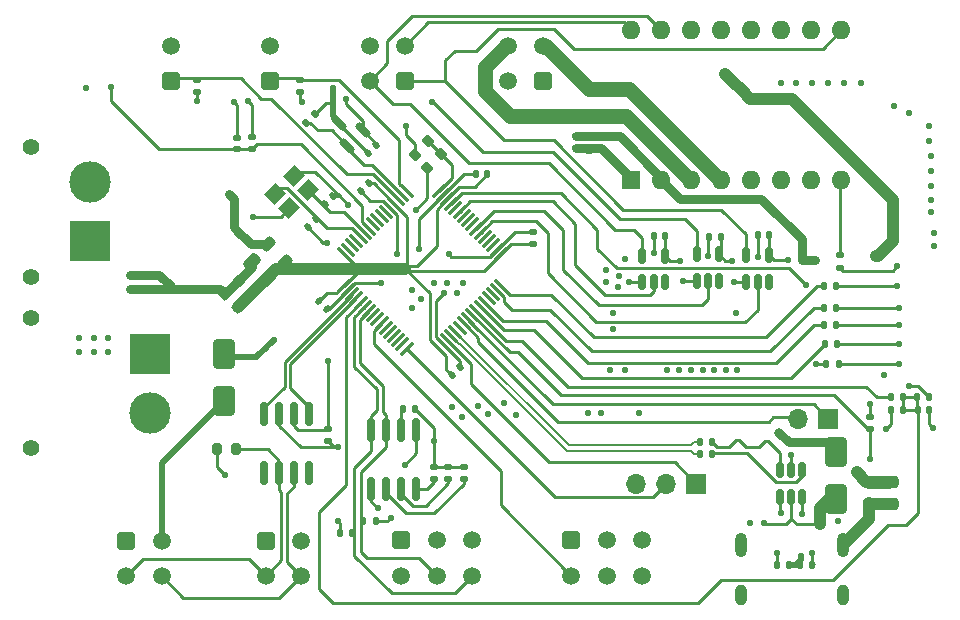
<source format=gbr>
%TF.GenerationSoftware,KiCad,Pcbnew,7.0.10-7.0.10~ubuntu22.04.1*%
%TF.CreationDate,2024-02-12T00:21:08+01:00*%
%TF.ProjectId,sdrac_board,73647261-635f-4626-9f61-72642e6b6963,2.0*%
%TF.SameCoordinates,Original*%
%TF.FileFunction,Copper,L4,Bot*%
%TF.FilePolarity,Positive*%
%FSLAX46Y46*%
G04 Gerber Fmt 4.6, Leading zero omitted, Abs format (unit mm)*
G04 Created by KiCad (PCBNEW 7.0.10-7.0.10~ubuntu22.04.1) date 2024-02-12 00:21:08*
%MOMM*%
%LPD*%
G01*
G04 APERTURE LIST*
G04 Aperture macros list*
%AMRoundRect*
0 Rectangle with rounded corners*
0 $1 Rounding radius*
0 $2 $3 $4 $5 $6 $7 $8 $9 X,Y pos of 4 corners*
0 Add a 4 corners polygon primitive as box body*
4,1,4,$2,$3,$4,$5,$6,$7,$8,$9,$2,$3,0*
0 Add four circle primitives for the rounded corners*
1,1,$1+$1,$2,$3*
1,1,$1+$1,$4,$5*
1,1,$1+$1,$6,$7*
1,1,$1+$1,$8,$9*
0 Add four rect primitives between the rounded corners*
20,1,$1+$1,$2,$3,$4,$5,0*
20,1,$1+$1,$4,$5,$6,$7,0*
20,1,$1+$1,$6,$7,$8,$9,0*
20,1,$1+$1,$8,$9,$2,$3,0*%
%AMRotRect*
0 Rectangle, with rotation*
0 The origin of the aperture is its center*
0 $1 length*
0 $2 width*
0 $3 Rotation angle, in degrees counterclockwise*
0 Add horizontal line*
21,1,$1,$2,0,0,$3*%
G04 Aperture macros list end*
%TA.AperFunction,ComponentPad*%
%ADD10RoundRect,0.250001X-0.499999X-0.499999X0.499999X-0.499999X0.499999X0.499999X-0.499999X0.499999X0*%
%TD*%
%TA.AperFunction,ComponentPad*%
%ADD11C,1.500000*%
%TD*%
%TA.AperFunction,ComponentPad*%
%ADD12C,1.400000*%
%TD*%
%TA.AperFunction,ComponentPad*%
%ADD13R,3.500000X3.500000*%
%TD*%
%TA.AperFunction,ComponentPad*%
%ADD14C,3.500000*%
%TD*%
%TA.AperFunction,ComponentPad*%
%ADD15RoundRect,0.250001X0.499999X0.499999X-0.499999X0.499999X-0.499999X-0.499999X0.499999X-0.499999X0*%
%TD*%
%TA.AperFunction,ComponentPad*%
%ADD16O,1.000000X2.100000*%
%TD*%
%TA.AperFunction,ComponentPad*%
%ADD17O,1.000000X1.800000*%
%TD*%
%TA.AperFunction,ComponentPad*%
%ADD18R,1.700000X1.700000*%
%TD*%
%TA.AperFunction,ComponentPad*%
%ADD19O,1.700000X1.700000*%
%TD*%
%TA.AperFunction,ComponentPad*%
%ADD20R,1.600000X1.600000*%
%TD*%
%TA.AperFunction,ComponentPad*%
%ADD21O,1.600000X1.600000*%
%TD*%
%TA.AperFunction,SMDPad,CuDef*%
%ADD22RoundRect,0.150000X-0.150000X0.825000X-0.150000X-0.825000X0.150000X-0.825000X0.150000X0.825000X0*%
%TD*%
%TA.AperFunction,SMDPad,CuDef*%
%ADD23RoundRect,0.135000X0.035355X-0.226274X0.226274X-0.035355X-0.035355X0.226274X-0.226274X0.035355X0*%
%TD*%
%TA.AperFunction,SMDPad,CuDef*%
%ADD24RoundRect,0.135000X0.135000X0.185000X-0.135000X0.185000X-0.135000X-0.185000X0.135000X-0.185000X0*%
%TD*%
%TA.AperFunction,SMDPad,CuDef*%
%ADD25RoundRect,0.155000X-0.155000X0.212500X-0.155000X-0.212500X0.155000X-0.212500X0.155000X0.212500X0*%
%TD*%
%TA.AperFunction,SMDPad,CuDef*%
%ADD26RoundRect,0.150000X0.150000X-0.512500X0.150000X0.512500X-0.150000X0.512500X-0.150000X-0.512500X0*%
%TD*%
%TA.AperFunction,SMDPad,CuDef*%
%ADD27RoundRect,0.150000X0.521491X-0.309359X-0.309359X0.521491X-0.521491X0.309359X0.309359X-0.521491X0*%
%TD*%
%TA.AperFunction,SMDPad,CuDef*%
%ADD28RoundRect,0.135000X-0.135000X-0.185000X0.135000X-0.185000X0.135000X0.185000X-0.135000X0.185000X0*%
%TD*%
%TA.AperFunction,SMDPad,CuDef*%
%ADD29RoundRect,0.135000X-0.185000X0.135000X-0.185000X-0.135000X0.185000X-0.135000X0.185000X0.135000X0*%
%TD*%
%TA.AperFunction,SMDPad,CuDef*%
%ADD30RoundRect,0.200000X0.200000X0.275000X-0.200000X0.275000X-0.200000X-0.275000X0.200000X-0.275000X0*%
%TD*%
%TA.AperFunction,SMDPad,CuDef*%
%ADD31RoundRect,0.135000X0.185000X-0.135000X0.185000X0.135000X-0.185000X0.135000X-0.185000X-0.135000X0*%
%TD*%
%TA.AperFunction,SMDPad,CuDef*%
%ADD32RoundRect,0.075000X-0.548008X0.441942X0.441942X-0.548008X0.548008X-0.441942X-0.441942X0.548008X0*%
%TD*%
%TA.AperFunction,SMDPad,CuDef*%
%ADD33RoundRect,0.075000X-0.548008X-0.441942X-0.441942X-0.548008X0.548008X0.441942X0.441942X0.548008X0*%
%TD*%
%TA.AperFunction,SMDPad,CuDef*%
%ADD34RoundRect,0.250000X0.512652X0.159099X0.159099X0.512652X-0.512652X-0.159099X-0.159099X-0.512652X0*%
%TD*%
%TA.AperFunction,SMDPad,CuDef*%
%ADD35RoundRect,0.140000X0.021213X-0.219203X0.219203X-0.021213X-0.021213X0.219203X-0.219203X0.021213X0*%
%TD*%
%TA.AperFunction,SMDPad,CuDef*%
%ADD36RoundRect,0.250000X-0.650000X1.000000X-0.650000X-1.000000X0.650000X-1.000000X0.650000X1.000000X0*%
%TD*%
%TA.AperFunction,SMDPad,CuDef*%
%ADD37RoundRect,0.140000X0.140000X0.170000X-0.140000X0.170000X-0.140000X-0.170000X0.140000X-0.170000X0*%
%TD*%
%TA.AperFunction,SMDPad,CuDef*%
%ADD38RoundRect,0.140000X0.170000X-0.140000X0.170000X0.140000X-0.170000X0.140000X-0.170000X-0.140000X0*%
%TD*%
%TA.AperFunction,SMDPad,CuDef*%
%ADD39RoundRect,0.200000X0.275000X-0.200000X0.275000X0.200000X-0.275000X0.200000X-0.275000X-0.200000X0*%
%TD*%
%TA.AperFunction,SMDPad,CuDef*%
%ADD40RoundRect,0.140000X-0.021213X0.219203X-0.219203X0.021213X0.021213X-0.219203X0.219203X-0.021213X0*%
%TD*%
%TA.AperFunction,SMDPad,CuDef*%
%ADD41RoundRect,0.225000X0.335876X0.017678X0.017678X0.335876X-0.335876X-0.017678X-0.017678X-0.335876X0*%
%TD*%
%TA.AperFunction,SMDPad,CuDef*%
%ADD42RoundRect,0.250000X0.475000X-0.250000X0.475000X0.250000X-0.475000X0.250000X-0.475000X-0.250000X0*%
%TD*%
%TA.AperFunction,SMDPad,CuDef*%
%ADD43RoundRect,0.200000X-0.053033X0.335876X-0.335876X0.053033X0.053033X-0.335876X0.335876X-0.053033X0*%
%TD*%
%TA.AperFunction,SMDPad,CuDef*%
%ADD44RoundRect,0.200000X0.053033X-0.335876X0.335876X-0.053033X-0.053033X0.335876X-0.335876X0.053033X0*%
%TD*%
%TA.AperFunction,SMDPad,CuDef*%
%ADD45RoundRect,0.140000X-0.219203X-0.021213X-0.021213X-0.219203X0.219203X0.021213X0.021213X0.219203X0*%
%TD*%
%TA.AperFunction,SMDPad,CuDef*%
%ADD46RoundRect,0.140000X-0.170000X0.140000X-0.170000X-0.140000X0.170000X-0.140000X0.170000X0.140000X0*%
%TD*%
%TA.AperFunction,SMDPad,CuDef*%
%ADD47RoundRect,0.150000X-0.150000X0.512500X-0.150000X-0.512500X0.150000X-0.512500X0.150000X0.512500X0*%
%TD*%
%TA.AperFunction,SMDPad,CuDef*%
%ADD48RoundRect,0.140000X-0.140000X-0.170000X0.140000X-0.170000X0.140000X0.170000X-0.140000X0.170000X0*%
%TD*%
%TA.AperFunction,SMDPad,CuDef*%
%ADD49RotRect,1.400000X1.200000X225.000000*%
%TD*%
%TA.AperFunction,SMDPad,CuDef*%
%ADD50RoundRect,0.150000X0.150000X-0.825000X0.150000X0.825000X-0.150000X0.825000X-0.150000X-0.825000X0*%
%TD*%
%TA.AperFunction,SMDPad,CuDef*%
%ADD51RoundRect,0.218750X0.424264X0.114905X0.114905X0.424264X-0.424264X-0.114905X-0.114905X-0.424264X0*%
%TD*%
%TA.AperFunction,ViaPad*%
%ADD52C,0.550000*%
%TD*%
%TA.AperFunction,ViaPad*%
%ADD53C,0.800000*%
%TD*%
%TA.AperFunction,Conductor*%
%ADD54C,0.254000*%
%TD*%
%TA.AperFunction,Conductor*%
%ADD55C,0.508000*%
%TD*%
%TA.AperFunction,Conductor*%
%ADD56C,0.250000*%
%TD*%
%TA.AperFunction,Conductor*%
%ADD57C,0.750000*%
%TD*%
%TA.AperFunction,Conductor*%
%ADD58C,1.000000*%
%TD*%
%TA.AperFunction,Conductor*%
%ADD59C,1.270000*%
%TD*%
%TA.AperFunction,Conductor*%
%ADD60C,0.200000*%
%TD*%
G04 APERTURE END LIST*
D10*
%TO.P,U4,1,Pin_1*%
%TO.N,GND*%
X9900000Y-37050000D03*
D11*
%TO.P,U4,2,Pin_2*%
%TO.N,/CAN/CAN_5V*%
X12900000Y-37050000D03*
%TO.P,U4,3,Pin_3*%
%TO.N,/CAN/CANH*%
X9900000Y-40050000D03*
%TO.P,U4,4,Pin_4*%
%TO.N,/CAN/CANL*%
X12900000Y-40050000D03*
%TD*%
D12*
%TO.P,J3,*%
%TO.N,*%
X1850000Y-14700000D03*
X1850000Y-3700000D03*
D13*
%TO.P,J3,1,Pin_1*%
%TO.N,GND*%
X6850000Y-11700000D03*
D14*
%TO.P,J3,2,Pin_2*%
%TO.N,VCC*%
X6850000Y-6700000D03*
%TD*%
D15*
%TO.P,J5,1,Pin_1*%
%TO.N,/SteperMotor/STEPER_B2*%
X45200000Y1880000D03*
D11*
%TO.P,J5,2,Pin_2*%
%TO.N,/SteperMotor/STEPER_A2*%
X42200000Y1880000D03*
%TO.P,J5,3,Pin_3*%
%TO.N,/SteperMotor/STEPER_A1*%
X45200000Y4880000D03*
%TO.P,J5,4,Pin_4*%
%TO.N,/SteperMotor/STEPER_B1*%
X42200000Y4880000D03*
%TD*%
D12*
%TO.P,J2,*%
%TO.N,*%
X1875000Y-29200000D03*
X1875000Y-18200000D03*
D13*
%TO.P,J2,1,Pin_1*%
%TO.N,GND*%
X11875000Y-21200000D03*
D14*
%TO.P,J2,2,Pin_2*%
%TO.N,VCC*%
X11875000Y-26200000D03*
%TD*%
D10*
%TO.P,J10,1,Pin_1*%
%TO.N,+5V*%
X33200000Y-37000000D03*
D11*
%TO.P,J10,2,Pin_2*%
%TO.N,+3V3*%
X36200000Y-37000000D03*
%TO.P,J10,3,Pin_3*%
%TO.N,GND*%
X39200000Y-37000000D03*
%TO.P,J10,4,Pin_4*%
%TO.N,/MCU/Poz_zero_sens*%
X33200000Y-40000000D03*
%TO.P,J10,5,Pin_5*%
%TO.N,/MCU/SCL*%
X36200000Y-40000000D03*
%TO.P,J10,6,Pin_6*%
%TO.N,/MCU/SDA*%
X39200000Y-40000000D03*
%TD*%
D10*
%TO.P,J9,1,Pin_1*%
%TO.N,+5V*%
X47600000Y-37000000D03*
D11*
%TO.P,J9,2,Pin_2*%
%TO.N,+3V3*%
X50600000Y-37000000D03*
%TO.P,J9,3,Pin_3*%
%TO.N,GND*%
X53600000Y-37000000D03*
%TO.P,J9,4,Pin_4*%
%TO.N,/MCU/Mag_enc_analog*%
X47600000Y-40000000D03*
%TO.P,J9,5,Pin_5*%
%TO.N,/MCU/SCL*%
X50600000Y-40000000D03*
%TO.P,J9,6,Pin_6*%
%TO.N,/MCU/SDA*%
X53600000Y-40000000D03*
%TD*%
D10*
%TO.P,U5,1,Pin_1*%
%TO.N,GND*%
X21700000Y-37040000D03*
D11*
%TO.P,U5,2,Pin_2*%
%TO.N,/CAN/CAN_5V*%
X24700000Y-37040000D03*
%TO.P,U5,3,Pin_3*%
%TO.N,/CAN/CANH*%
X21700000Y-40040000D03*
%TO.P,U5,4,Pin_4*%
%TO.N,/CAN/CANL*%
X24700000Y-40040000D03*
%TD*%
D16*
%TO.P,J6,S1,SHIELD*%
%TO.N,Net-(J6-SHIELD)*%
X61930000Y-37400000D03*
D17*
X61930000Y-41600000D03*
D16*
X70570000Y-37400000D03*
D17*
X70570000Y-41600000D03*
%TD*%
D18*
%TO.P,J1,1,Pin_1*%
%TO.N,/MCU/SWDIO*%
X58180000Y-32200000D03*
D19*
%TO.P,J1,2,Pin_2*%
%TO.N,/MCU/SWCLK*%
X55640000Y-32200000D03*
%TO.P,J1,3,Pin_3*%
%TO.N,GND*%
X53100000Y-32200000D03*
%TD*%
D11*
%TO.P,J4,4,Pin_4*%
%TO.N,+5V*%
X30500000Y4880000D03*
%TO.P,J4,3,Pin_3*%
%TO.N,/SteperMotor/STEPER_DIRECTION*%
X33500000Y4880000D03*
%TO.P,J4,2,Pin_2*%
%TO.N,/SteperMotor/STEPER_STEP*%
X30500000Y1880000D03*
D15*
%TO.P,J4,1,Pin_1*%
%TO.N,/SteperMotor/STEPER_ENABLE*%
X33500000Y1880000D03*
%TD*%
D20*
%TO.P,A1,1,GND*%
%TO.N,GND*%
X52680000Y-6500000D03*
D21*
%TO.P,A1,2,VDD*%
%TO.N,+5V*%
X55220000Y-6500000D03*
%TO.P,A1,3,1B*%
%TO.N,/SteperMotor/STEPER_B1*%
X57760000Y-6500000D03*
%TO.P,A1,4,1A*%
%TO.N,/SteperMotor/STEPER_A1*%
X60300000Y-6500000D03*
%TO.P,A1,5,2A*%
%TO.N,/SteperMotor/STEPER_A2*%
X62840000Y-6500000D03*
%TO.P,A1,6,2B*%
%TO.N,/SteperMotor/STEPER_B2*%
X65380000Y-6500000D03*
%TO.P,A1,7,GND*%
%TO.N,GND*%
X67920000Y-6500000D03*
%TO.P,A1,8,VMOT*%
%TO.N,VCC*%
X70460000Y-6500000D03*
%TO.P,A1,9,~{ENABLE}*%
%TO.N,/SteperMotor/STEPER_ENABLE*%
X70460000Y6200000D03*
%TO.P,A1,10,MS1*%
%TO.N,unconnected-(A1-MS1-Pad10)*%
X67920000Y6200000D03*
%TO.P,A1,11,MS2*%
%TO.N,unconnected-(A1-MS2-Pad11)*%
X65380000Y6200000D03*
%TO.P,A1,12,MS3*%
%TO.N,unconnected-(A1-MS3-Pad12)*%
X62840000Y6200000D03*
%TO.P,A1,13,~{RESET}*%
%TO.N,+5V*%
X60300000Y6200000D03*
%TO.P,A1,14,~{SLEEP}*%
X57760000Y6200000D03*
%TO.P,A1,15,STEP*%
%TO.N,/SteperMotor/STEPER_STEP*%
X55220000Y6200000D03*
%TO.P,A1,16,DIR*%
%TO.N,/SteperMotor/STEPER_DIRECTION*%
X52680000Y6200000D03*
%TD*%
D15*
%TO.P,J7,1,Pin_1*%
%TO.N,/MCU/Temp_Eng*%
X22100000Y1880000D03*
D11*
%TO.P,J7,2,Pin_2*%
%TO.N,GND*%
X22100000Y4880000D03*
%TD*%
D15*
%TO.P,J8,1,Pin_1*%
%TO.N,/MCU/Temp_Step*%
X13700000Y1880000D03*
D11*
%TO.P,J8,2,Pin_2*%
%TO.N,GND*%
X13700000Y4880000D03*
%TD*%
D18*
%TO.P,J11,1,Pin_1*%
%TO.N,/MCU/PUL_SYNC*%
X69340000Y-26700000D03*
D19*
%TO.P,J11,2,Pin_2*%
%TO.N,/MCU/DIR_SYNC*%
X66800000Y-26700000D03*
%TD*%
D22*
%TO.P,U3,1,D*%
%TO.N,/CAN/TXD*%
X21595000Y-26325000D03*
%TO.P,U3,2,GND*%
%TO.N,GND*%
X22865000Y-26325000D03*
%TO.P,U3,3,VCC*%
%TO.N,+3V3*%
X24135000Y-26325000D03*
%TO.P,U3,4,R*%
%TO.N,/CAN/RXD*%
X25405000Y-26325000D03*
%TO.P,U3,5,NC*%
%TO.N,unconnected-(U3-NC-Pad5)*%
X25405000Y-31275000D03*
%TO.P,U3,6,CANL*%
%TO.N,/CAN/CANL*%
X24135000Y-31275000D03*
%TO.P,U3,7,CANH*%
%TO.N,/CAN/CANH*%
X22865000Y-31275000D03*
%TO.P,U3,8,NC*%
%TO.N,unconnected-(U3-NC-Pad8)*%
X21595000Y-31275000D03*
%TD*%
D23*
%TO.P,R33,1*%
%TO.N,/MCU/Temp_Board*%
X25139376Y-1660624D03*
%TO.P,R33,2*%
%TO.N,GND*%
X25860624Y-939376D03*
%TD*%
D24*
%TO.P,R9,1*%
%TO.N,+3V3*%
X31010000Y-35400000D03*
%TO.P,R9,2*%
%TO.N,/MCU/SCL*%
X29990000Y-35400000D03*
%TD*%
D25*
%TO.P,C30,1*%
%TO.N,+5V*%
X49060000Y-2812500D03*
%TO.P,C30,2*%
%TO.N,GND*%
X49060000Y-3947500D03*
%TD*%
D26*
%TO.P,U8,1,NC*%
%TO.N,unconnected-(U8-NC-Pad1)*%
X64300000Y-15112501D03*
%TO.P,U8,2,A*%
%TO.N,/MCU/MCU_STEPER_ENABLE*%
X63350000Y-15112501D03*
%TO.P,U8,3,GND*%
%TO.N,GND*%
X62400000Y-15112501D03*
%TO.P,U8,4,Y*%
%TO.N,/SteperMotor/STEPER_ENABLE*%
X62400000Y-12837501D03*
%TO.P,U8,5,VCC*%
%TO.N,+5V*%
X64300000Y-12837501D03*
%TD*%
D27*
%TO.P,U11,1,Vdd*%
%TO.N,+3V3*%
X29934664Y-2291161D03*
%TO.P,U11,2,Vout*%
%TO.N,/MCU/Temp_Board*%
X28591161Y-3634664D03*
%TO.P,U11,3,GND*%
%TO.N,GND*%
X27937087Y-1637087D03*
%TD*%
D28*
%TO.P,R35,1*%
%TO.N,/MCU/BOOT_EN*%
X74680000Y-24900000D03*
%TO.P,R35,2*%
%TO.N,/MCU/BOOT0*%
X75700000Y-24900000D03*
%TD*%
%TO.P,R12,1*%
%TO.N,/CAN/RXD_LED*%
X68990000Y-17300000D03*
%TO.P,R12,2*%
%TO.N,Net-(D5-A)*%
X70010000Y-17300000D03*
%TD*%
D29*
%TO.P,R10,1*%
%TO.N,+3V3*%
X20575000Y-2875000D03*
%TO.P,R10,2*%
%TO.N,/MCU/NRST*%
X20575000Y-3895000D03*
%TD*%
D24*
%TO.P,R30,1*%
%TO.N,Net-(R30-Pad1)*%
X59510000Y-29700000D03*
%TO.P,R30,2*%
%TO.N,/MCU/USB_D+*%
X58490000Y-29700000D03*
%TD*%
%TO.P,R4,1*%
%TO.N,/MCU/BOOT0*%
X75700000Y-26000000D03*
%TO.P,R4,2*%
%TO.N,GND*%
X74680000Y-26000000D03*
%TD*%
D29*
%TO.P,R11,1*%
%TO.N,+3V3*%
X72900000Y-26590000D03*
%TO.P,R11,2*%
%TO.N,/MCU/USR_BTN*%
X72900000Y-27610000D03*
%TD*%
D30*
%TO.P,R14,1*%
%TO.N,/CAN/CANH*%
X19225000Y-29300000D03*
%TO.P,R14,2*%
%TO.N,Net-(R14-Pad2)*%
X17575000Y-29300000D03*
%TD*%
D31*
%TO.P,R31,1*%
%TO.N,+3V3*%
X24600000Y990000D03*
%TO.P,R31,2*%
%TO.N,/MCU/Temp_Eng*%
X24600000Y2010000D03*
%TD*%
D32*
%TO.P,U2,1,VBAT*%
%TO.N,/MCU/3V3_MCU*%
X28335519Y-12738819D03*
%TO.P,U2,2,PC13*%
%TO.N,unconnected-(U2-PC13-Pad2)*%
X28689072Y-12385266D03*
%TO.P,U2,3,PC14*%
%TO.N,unconnected-(U2-PC14-Pad3)*%
X29042625Y-12031713D03*
%TO.P,U2,4,PC15*%
%TO.N,unconnected-(U2-PC15-Pad4)*%
X29396179Y-11678159D03*
%TO.P,U2,5,PH0*%
%TO.N,/MCU/OSC_IN*%
X29749732Y-11324606D03*
%TO.P,U2,6,PH1*%
%TO.N,/MCU/OSC_OUT*%
X30103286Y-10971052D03*
%TO.P,U2,7,NRST*%
%TO.N,/MCU/NRST*%
X30456839Y-10617499D03*
%TO.P,U2,8,PC0*%
%TO.N,unconnected-(U2-PC0-Pad8)*%
X30810392Y-10263946D03*
%TO.P,U2,9,PC1*%
%TO.N,unconnected-(U2-PC1-Pad9)*%
X31163946Y-9910392D03*
%TO.P,U2,10,PC2*%
%TO.N,unconnected-(U2-PC2-Pad10)*%
X31517499Y-9556839D03*
%TO.P,U2,11,PC3*%
%TO.N,unconnected-(U2-PC3-Pad11)*%
X31871052Y-9203286D03*
%TO.P,U2,12,VSSA*%
%TO.N,GND*%
X32224606Y-8849732D03*
%TO.P,U2,13,VDDA*%
%TO.N,/MCU/3V3_MCU*%
X32578159Y-8496179D03*
%TO.P,U2,14,PA0*%
%TO.N,/MCU/Temp_Step*%
X32931713Y-8142625D03*
%TO.P,U2,15,PA1*%
%TO.N,/MCU/Temp_Board*%
X33285266Y-7789072D03*
%TO.P,U2,16,PA2*%
%TO.N,/MCU/Temp_Eng*%
X33638819Y-7435519D03*
D33*
%TO.P,U2,17,PA3*%
%TO.N,/MCU/V_SENSE*%
X36361181Y-7435519D03*
%TO.P,U2,18,VSS*%
%TO.N,GND*%
X36714734Y-7789072D03*
%TO.P,U2,19,VDD*%
%TO.N,/MCU/3V3_MCU*%
X37068287Y-8142625D03*
%TO.P,U2,20,PA4*%
%TO.N,/MCU/Poz_zero_sens*%
X37421841Y-8496179D03*
%TO.P,U2,21,PA5*%
%TO.N,unconnected-(U2-PA5-Pad21)*%
X37775394Y-8849732D03*
%TO.P,U2,22,PA6*%
%TO.N,/MCU/MCU_STEPER_STEP*%
X38128948Y-9203286D03*
%TO.P,U2,23,PA7*%
%TO.N,unconnected-(U2-PA7-Pad23)*%
X38482501Y-9556839D03*
%TO.P,U2,24,PC4*%
%TO.N,unconnected-(U2-PC4-Pad24)*%
X38836054Y-9910392D03*
%TO.P,U2,25,PC5*%
%TO.N,unconnected-(U2-PC5-Pad25)*%
X39189608Y-10263946D03*
%TO.P,U2,26,PB0*%
%TO.N,/MCU/MCU_STEPER_DIRECTION*%
X39543161Y-10617499D03*
%TO.P,U2,27,PB1*%
%TO.N,/MCU/MCU_STEPER_ENABLE*%
X39896714Y-10971052D03*
%TO.P,U2,28,PB2*%
%TO.N,unconnected-(U2-PB2-Pad28)*%
X40250268Y-11324606D03*
%TO.P,U2,29,PB10*%
%TO.N,unconnected-(U2-PB10-Pad29)*%
X40603821Y-11678159D03*
%TO.P,U2,30,VCAP_1*%
%TO.N,unconnected-(U2-VCAP_1-Pad30)*%
X40957375Y-12031713D03*
%TO.P,U2,31,VSS*%
%TO.N,GND*%
X41310928Y-12385266D03*
%TO.P,U2,32,VDD*%
%TO.N,/MCU/3V3_MCU*%
X41664481Y-12738819D03*
D32*
%TO.P,U2,33,PB12*%
%TO.N,/CAN/TXD_LED*%
X41664481Y-15461181D03*
%TO.P,U2,34,PB13*%
%TO.N,/CAN/RXD_LED*%
X41310928Y-15814734D03*
%TO.P,U2,35,PB14*%
%TO.N,unconnected-(U2-PB14-Pad35)*%
X40957375Y-16168287D03*
%TO.P,U2,36,PB15*%
%TO.N,unconnected-(U2-PB15-Pad36)*%
X40603821Y-16521841D03*
%TO.P,U2,37,PC6*%
%TO.N,/MCU/USR_LED1*%
X40250268Y-16875394D03*
%TO.P,U2,38,PC7*%
%TO.N,/MCU/USR_LED2*%
X39896714Y-17228948D03*
%TO.P,U2,39,PC8*%
%TO.N,/MCU/BOOT_EN*%
X39543161Y-17582501D03*
%TO.P,U2,40,PC9*%
%TO.N,/MCU/USR_BTN*%
X39189608Y-17936054D03*
%TO.P,U2,41,PA8*%
%TO.N,/MCU/PUL_SYNC*%
X38836054Y-18289608D03*
%TO.P,U2,42,PA9*%
%TO.N,/MCU/DIR_SYNC*%
X38482501Y-18643161D03*
%TO.P,U2,43,PA10*%
%TO.N,unconnected-(U2-PA10-Pad43)*%
X38128948Y-18996714D03*
%TO.P,U2,44,PA11*%
%TO.N,/MCU/USB_D-*%
X37775394Y-19350268D03*
%TO.P,U2,45,PA12*%
%TO.N,/MCU/USB_D+*%
X37421841Y-19703821D03*
%TO.P,U2,46,PA13*%
%TO.N,/MCU/SWDIO*%
X37068287Y-20057375D03*
%TO.P,U2,47,VSS*%
%TO.N,GND*%
X36714734Y-20410928D03*
%TO.P,U2,48,VDD*%
%TO.N,/MCU/3V3_MCU*%
X36361181Y-20764481D03*
D33*
%TO.P,U2,49,PA14*%
%TO.N,/MCU/SWCLK*%
X33638819Y-20764481D03*
%TO.P,U2,50,PA15*%
%TO.N,unconnected-(U2-PA15-Pad50)*%
X33285266Y-20410928D03*
%TO.P,U2,51,PC10*%
%TO.N,unconnected-(U2-PC10-Pad51)*%
X32931713Y-20057375D03*
%TO.P,U2,52,PC11*%
%TO.N,unconnected-(U2-PC11-Pad52)*%
X32578159Y-19703821D03*
%TO.P,U2,53,PC12*%
%TO.N,unconnected-(U2-PC12-Pad53)*%
X32224606Y-19350268D03*
%TO.P,U2,54,PD2*%
%TO.N,unconnected-(U2-PD2-Pad54)*%
X31871052Y-18996714D03*
%TO.P,U2,55,PB3*%
%TO.N,/MCU/Mag_enc_analog*%
X31517499Y-18643161D03*
%TO.P,U2,56,PB4*%
%TO.N,unconnected-(U2-PB4-Pad56)*%
X31163946Y-18289608D03*
%TO.P,U2,57,PB5*%
%TO.N,unconnected-(U2-PB5-Pad57)*%
X30810392Y-17936054D03*
%TO.P,U2,58,PB6*%
%TO.N,/MCU/SCL*%
X30456839Y-17582501D03*
%TO.P,U2,59,PB7*%
%TO.N,/MCU/SDA*%
X30103286Y-17228948D03*
%TO.P,U2,60,BOOT0*%
%TO.N,/MCU/BOOT0*%
X29749732Y-16875394D03*
%TO.P,U2,61,PB8*%
%TO.N,/CAN/RXD*%
X29396179Y-16521841D03*
%TO.P,U2,62,PB9*%
%TO.N,/CAN/TXD*%
X29042625Y-16168287D03*
%TO.P,U2,63,VSS*%
%TO.N,GND*%
X28689072Y-15814734D03*
%TO.P,U2,64,VDD*%
%TO.N,/MCU/3V3_MCU*%
X28335519Y-15461181D03*
%TD*%
D24*
%TO.P,R29,1*%
%TO.N,Net-(R29-Pad1)*%
X59510000Y-28700000D03*
%TO.P,R29,2*%
%TO.N,/MCU/USB_D-*%
X58490000Y-28700000D03*
%TD*%
D34*
%TO.P,C10,1*%
%TO.N,/MCU/3V3_MCU*%
X21871751Y-14771751D03*
%TO.P,C10,2*%
%TO.N,GND*%
X20528249Y-13428249D03*
%TD*%
D24*
%TO.P,R28,1*%
%TO.N,GND*%
X66005000Y-39100000D03*
%TO.P,R28,2*%
%TO.N,Net-(J6-CC1)*%
X64985000Y-39100000D03*
%TD*%
D35*
%TO.P,C4,1*%
%TO.N,/MCU/3V3_MCU*%
X37460589Y-23039411D03*
%TO.P,C4,2*%
%TO.N,GND*%
X38139411Y-22360589D03*
%TD*%
D36*
%TO.P,D1,1,K*%
%TO.N,+5V*%
X70000000Y-29500000D03*
%TO.P,D1,2,A*%
%TO.N,/USB/V_BUS*%
X70000000Y-33500000D03*
%TD*%
D37*
%TO.P,C40,1*%
%TO.N,+5V*%
X60230000Y-11337500D03*
%TO.P,C40,2*%
%TO.N,GND*%
X59270000Y-11337500D03*
%TD*%
D28*
%TO.P,R18,1*%
%TO.N,+3V3*%
X69190000Y-22100000D03*
%TO.P,R18,2*%
%TO.N,Net-(D8-A)*%
X70210000Y-22100000D03*
%TD*%
D38*
%TO.P,C1,1*%
%TO.N,/MCU/NRST*%
X19275000Y-3865000D03*
%TO.P,C1,2*%
%TO.N,GND*%
X19275000Y-2905000D03*
%TD*%
D37*
%TO.P,C36,1*%
%TO.N,/MCU/3V3_MCU*%
X40480000Y-6000000D03*
%TO.P,C36,2*%
%TO.N,GND*%
X39520000Y-6000000D03*
%TD*%
D26*
%TO.P,U7,1,NC*%
%TO.N,unconnected-(U7-NC-Pad1)*%
X60100000Y-15075001D03*
%TO.P,U7,2,A*%
%TO.N,/MCU/MCU_STEPER_DIRECTION*%
X59150000Y-15075001D03*
%TO.P,U7,3,GND*%
%TO.N,GND*%
X58200000Y-15075001D03*
%TO.P,U7,4,Y*%
%TO.N,/SteperMotor/STEPER_DIRECTION*%
X58200000Y-12800001D03*
%TO.P,U7,5,VCC*%
%TO.N,+5V*%
X60100000Y-12800001D03*
%TD*%
D39*
%TO.P,R26,1*%
%TO.N,Net-(J6-SHIELD)*%
X72800000Y-33825000D03*
%TO.P,R26,2*%
%TO.N,GND*%
X72800000Y-32175000D03*
%TD*%
D29*
%TO.P,R2,1*%
%TO.N,GND*%
X37165001Y-30754999D03*
%TO.P,R2,2*%
%TO.N,Net-(R2-Pad2)*%
X37165001Y-31774999D03*
%TD*%
D35*
%TO.P,C2,1*%
%TO.N,GND*%
X25260589Y-10439411D03*
%TO.P,C2,2*%
%TO.N,/MCU/OSC_IN*%
X25939411Y-9760589D03*
%TD*%
D24*
%TO.P,R34,1*%
%TO.N,Net-(R34-Pad1)*%
X77900000Y-24900000D03*
%TO.P,R34,2*%
%TO.N,/MCU/BOOT0*%
X76880000Y-24900000D03*
%TD*%
D40*
%TO.P,C43,1*%
%TO.N,+3V3*%
X31060731Y-3516224D03*
%TO.P,C43,2*%
%TO.N,GND*%
X30381909Y-4195046D03*
%TD*%
D28*
%TO.P,R3,1*%
%TO.N,/MCU/USR_LED1*%
X68990000Y-18800000D03*
%TO.P,R3,2*%
%TO.N,Net-(D3-A)*%
X70010000Y-18800000D03*
%TD*%
D41*
%TO.P,C8,1*%
%TO.N,/MCU/3V3_MCU*%
X20545926Y-16132932D03*
%TO.P,C8,2*%
%TO.N,GND*%
X19449910Y-15036916D03*
%TD*%
D42*
%TO.P,C42,1*%
%TO.N,Net-(J6-SHIELD)*%
X74600000Y-33950000D03*
%TO.P,C42,2*%
%TO.N,GND*%
X74600000Y-32050000D03*
%TD*%
D43*
%TO.P,R16,1*%
%TO.N,/MCU/V_SENSE*%
X36544023Y-4277297D03*
%TO.P,R16,2*%
%TO.N,GND*%
X35377297Y-5444023D03*
%TD*%
D29*
%TO.P,R5,1*%
%TO.N,GND*%
X38465000Y-30755001D03*
%TO.P,R5,2*%
%TO.N,Net-(R5-Pad2)*%
X38465000Y-31775001D03*
%TD*%
D44*
%TO.P,R15,1*%
%TO.N,VCC*%
X34316637Y-4383363D03*
%TO.P,R15,2*%
%TO.N,/MCU/V_SENSE*%
X35483363Y-3216637D03*
%TD*%
D28*
%TO.P,R13,1*%
%TO.N,/CAN/TXD_LED*%
X68990000Y-15500000D03*
%TO.P,R13,2*%
%TO.N,Net-(D6-A)*%
X70010000Y-15500000D03*
%TD*%
D45*
%TO.P,C6,1*%
%TO.N,/MCU/3V3_MCU*%
X26260589Y-16760589D03*
%TO.P,C6,2*%
%TO.N,GND*%
X26939411Y-17439411D03*
%TD*%
D24*
%TO.P,R7,1*%
%TO.N,GND*%
X34375000Y-25875000D03*
%TO.P,R7,2*%
%TO.N,Net-(U1-WP)*%
X33355000Y-25875000D03*
%TD*%
D46*
%TO.P,C11,1*%
%TO.N,+3V3*%
X27000000Y-27620000D03*
%TO.P,C11,2*%
%TO.N,GND*%
X27000000Y-28580000D03*
%TD*%
%TO.P,C32,1*%
%TO.N,+5V*%
X47960000Y-2800000D03*
%TO.P,C32,2*%
%TO.N,GND*%
X47960000Y-3760000D03*
%TD*%
D41*
%TO.P,C9,1*%
%TO.N,/MCU/3V3_MCU*%
X19362221Y-17233794D03*
%TO.P,C9,2*%
%TO.N,GND*%
X18266205Y-16137778D03*
%TD*%
D28*
%TO.P,R27,1*%
%TO.N,GND*%
X66985000Y-39100000D03*
%TO.P,R27,2*%
%TO.N,Net-(J6-CC2)*%
X68005000Y-39100000D03*
%TD*%
D25*
%TO.P,C31,1*%
%TO.N,+5V*%
X50260000Y-2812500D03*
%TO.P,C31,2*%
%TO.N,GND*%
X50260000Y-3947500D03*
%TD*%
D29*
%TO.P,R17,1*%
%TO.N,VCC*%
X70300000Y-12890000D03*
%TO.P,R17,2*%
%TO.N,Net-(D7-A)*%
X70300000Y-13910000D03*
%TD*%
D37*
%TO.P,C39,1*%
%TO.N,+5V*%
X64329999Y-11175000D03*
%TO.P,C39,2*%
%TO.N,GND*%
X63369999Y-11175000D03*
%TD*%
D28*
%TO.P,R8,1*%
%TO.N,/MCU/USR_LED2*%
X69090000Y-20400000D03*
%TO.P,R8,2*%
%TO.N,Net-(D4-A)*%
X70110000Y-20400000D03*
%TD*%
D47*
%TO.P,U10,1,I/O1*%
%TO.N,Net-(R29-Pad1)*%
X65250000Y-31062500D03*
%TO.P,U10,2,GND*%
%TO.N,GND*%
X66200000Y-31062500D03*
%TO.P,U10,3,I/O2*%
%TO.N,Net-(R30-Pad1)*%
X67150000Y-31062500D03*
%TO.P,U10,4,I/O2*%
%TO.N,/USB/USB_CONN_D+*%
X67150000Y-33337500D03*
%TO.P,U10,5,VBUS*%
%TO.N,/USB/V_BUS*%
X66200000Y-33337500D03*
%TO.P,U10,6,I/O1*%
%TO.N,/USB/USB_CONN_D-*%
X65250000Y-33337500D03*
%TD*%
D48*
%TO.P,C47,1*%
%TO.N,/MCU/BOOT0*%
X76910000Y-26000000D03*
%TO.P,C47,2*%
%TO.N,GND*%
X77870000Y-26000000D03*
%TD*%
D49*
%TO.P,Y1,1,1*%
%TO.N,/MCU/OSC_OUT*%
X25278858Y-7323223D03*
%TO.P,Y1,2,2*%
%TO.N,GND*%
X23723223Y-8878858D03*
%TO.P,Y1,3,3*%
%TO.N,/MCU/OSC_IN*%
X22521142Y-7676777D03*
%TO.P,Y1,4,4*%
%TO.N,GND*%
X24076777Y-6121142D03*
%TD*%
D40*
%TO.P,C7,1*%
%TO.N,/MCU/3V3_MCU*%
X30439411Y-6760589D03*
%TO.P,C7,2*%
%TO.N,GND*%
X29760589Y-7439411D03*
%TD*%
%TO.P,C3,1*%
%TO.N,GND*%
X27439411Y-7860589D03*
%TO.P,C3,2*%
%TO.N,/MCU/OSC_OUT*%
X26760589Y-8539411D03*
%TD*%
D29*
%TO.P,R1,1*%
%TO.N,GND*%
X35965001Y-30755000D03*
%TO.P,R1,2*%
%TO.N,Net-(R1-Pad2)*%
X35965001Y-31775000D03*
%TD*%
D38*
%TO.P,C5,1*%
%TO.N,/MCU/3V3_MCU*%
X44300000Y-11880000D03*
%TO.P,C5,2*%
%TO.N,GND*%
X44300000Y-10920000D03*
%TD*%
D36*
%TO.P,D2,1,K*%
%TO.N,+5V*%
X18200000Y-21200000D03*
%TO.P,D2,2,A*%
%TO.N,/CAN/CAN_5V*%
X18200000Y-25200000D03*
%TD*%
D28*
%TO.P,R6,1*%
%TO.N,+3V3*%
X27990000Y-36400000D03*
%TO.P,R6,2*%
%TO.N,/MCU/SDA*%
X29010000Y-36400000D03*
%TD*%
D26*
%TO.P,U9,1,NC*%
%TO.N,unconnected-(U9-NC-Pad1)*%
X55500000Y-15175000D03*
%TO.P,U9,2,A*%
%TO.N,/MCU/MCU_STEPER_STEP*%
X54550000Y-15175000D03*
%TO.P,U9,3,GND*%
%TO.N,GND*%
X53600000Y-15175000D03*
%TO.P,U9,4,Y*%
%TO.N,/SteperMotor/STEPER_STEP*%
X53600000Y-12900000D03*
%TO.P,U9,5,VCC*%
%TO.N,+5V*%
X55500000Y-12900000D03*
%TD*%
D50*
%TO.P,U1,1,NC*%
%TO.N,Net-(R1-Pad2)*%
X34470000Y-32650000D03*
%TO.P,U1,2,NC*%
%TO.N,Net-(R2-Pad2)*%
X33200000Y-32650000D03*
%TO.P,U1,3,NC*%
%TO.N,Net-(R5-Pad2)*%
X31930000Y-32650000D03*
%TO.P,U1,4,VSS*%
%TO.N,GND*%
X30660000Y-32650000D03*
%TO.P,U1,5,SDA*%
%TO.N,/MCU/SDA*%
X30660000Y-27700000D03*
%TO.P,U1,6,SCL*%
%TO.N,/MCU/SCL*%
X31930000Y-27700000D03*
%TO.P,U1,7,WP*%
%TO.N,Net-(U1-WP)*%
X33200000Y-27700000D03*
%TO.P,U1,8,VDD*%
%TO.N,+3V3*%
X34470000Y-27700000D03*
%TD*%
D37*
%TO.P,C41,1*%
%TO.N,+5V*%
X55530000Y-11237500D03*
%TO.P,C41,2*%
%TO.N,GND*%
X54570000Y-11237500D03*
%TD*%
D51*
%TO.P,FB1,1*%
%TO.N,/MCU/3V3_MCU*%
X23365514Y-13437087D03*
%TO.P,FB1,2*%
%TO.N,+3V3*%
X21862912Y-11934485D03*
%TD*%
D31*
%TO.P,R32,1*%
%TO.N,+3V3*%
X15900000Y990000D03*
%TO.P,R32,2*%
%TO.N,/MCU/Temp_Step*%
X15900000Y2010000D03*
%TD*%
D52*
%TO.N,Net-(R14-Pad2)*%
X18305000Y-31500000D03*
%TO.N,VCC*%
X33600000Y-1900000D03*
%TO.N,GND*%
X27400000Y0D03*
X26900000Y-11800000D03*
X63400000Y-13000000D03*
X78000000Y-7000000D03*
X31500000Y-15200000D03*
X36000000Y-15185995D03*
X10200000Y-14500000D03*
X51600000Y-14600000D03*
X19000000Y100000D03*
X27400000Y1300000D03*
X8400000Y-19900000D03*
X78300000Y-11000000D03*
X34900000Y-16600000D03*
X37900000Y-16100000D03*
X12700000Y-14500000D03*
X34100000Y-17300000D03*
X52150000Y-22602000D03*
X78000000Y-5700000D03*
X65300000Y1700000D03*
X37500000Y-25700000D03*
X34100000Y-15800000D03*
X37200000Y-12800000D03*
X11500000Y-15700000D03*
X27798000Y-29100000D03*
X61350000Y-15175000D03*
X41900000Y-25400000D03*
X7200000Y-21100000D03*
X36800000Y-16100000D03*
X72100000Y1700000D03*
X35965000Y-28600000D03*
X54600000Y-12700000D03*
X67000000Y-38300000D03*
X51500000Y-15598000D03*
X52100000Y-13200000D03*
X74900000Y-200000D03*
X74225000Y-27600000D03*
X37100000Y-15200000D03*
X78000000Y-8200000D03*
X32800000Y-12800000D03*
X78200000Y-27500000D03*
X34700000Y-12300000D03*
X28700000Y-8600000D03*
X49000000Y-26200000D03*
X5900000Y-19900000D03*
X52500000Y-15100000D03*
X57050000Y-15075000D03*
X51100000Y-17800000D03*
X20600000Y-9600000D03*
X50100000Y-26200000D03*
X42900000Y-26400000D03*
X10200000Y-15700000D03*
X66200000Y-29800000D03*
X53300000Y-26200000D03*
X5900000Y-21100000D03*
X78300000Y-12100000D03*
X38300000Y-26600000D03*
X50900000Y-22602000D03*
X7200000Y-19900000D03*
X62700000Y-35500000D03*
X34400000Y-9000000D03*
X77900000Y-3200000D03*
X31200000Y-34300000D03*
X6500000Y1300000D03*
X71750000Y-31250000D03*
X66600000Y1700000D03*
X69300000Y1700000D03*
X78000000Y-4500000D03*
X70200000Y-35400000D03*
X76200000Y-800000D03*
X77900000Y-1900000D03*
X39700000Y-25600000D03*
X8400000Y-21100000D03*
X11500000Y-14500000D03*
X59200000Y-12900000D03*
X38400000Y-15200000D03*
X50500000Y-14100000D03*
X50500000Y-15100000D03*
X40500000Y-26300000D03*
X70700000Y1700000D03*
X78000000Y-9200000D03*
X68000000Y1700000D03*
X51100000Y-19102000D03*
X12700000Y-15700000D03*
%TO.N,+5V*%
X68200000Y-13300000D03*
D53*
X66000000Y-28700000D03*
D52*
X20902500Y-21502500D03*
X56800000Y-13335500D03*
X62000000Y1100000D03*
X65900000Y-13298000D03*
X73400000Y-13000000D03*
X61200000Y-13335500D03*
X21700000Y-20700000D03*
X67100000Y-13300000D03*
X74800000Y-11700000D03*
X61300000Y1800000D03*
X22400000Y-20005000D03*
X60600000Y2500000D03*
D53*
X65200000Y-27900000D03*
D52*
X74200000Y-12400000D03*
%TO.N,/SteperMotor/STEPER_DIRECTION*%
X35800000Y100000D03*
%TO.N,/MCU/NRST*%
X8650000Y1400000D03*
%TO.N,+3V3*%
X28500000Y400000D03*
X33500000Y-30600000D03*
X27800000Y-35400000D03*
X32300000Y-35100000D03*
X24800000Y100000D03*
X59700000Y-22602000D03*
X61500000Y-17800000D03*
X20100000Y-11600000D03*
X60700000Y-22602000D03*
X58700000Y-22602000D03*
X72900000Y-25500000D03*
X19000000Y-8700000D03*
X68300000Y-22100000D03*
X19000000Y-9800000D03*
X55700000Y-22602000D03*
X57700000Y-22602000D03*
X19400000Y-10900000D03*
X27000000Y-21800000D03*
X18600000Y-7700000D03*
X20200000Y200000D03*
X74100000Y-23000000D03*
X61600000Y-22602000D03*
X15900000Y200000D03*
X56700000Y-22602000D03*
%TO.N,/USB/V_BUS*%
X68600000Y-35600000D03*
X63900000Y-35500000D03*
%TO.N,Net-(D3-A)*%
X75300000Y-18800000D03*
%TO.N,Net-(D4-A)*%
X75300000Y-20400000D03*
%TO.N,Net-(D5-A)*%
X75300000Y-17300000D03*
%TO.N,Net-(D6-A)*%
X75200000Y-15500000D03*
%TO.N,Net-(D7-A)*%
X75200000Y-13800000D03*
%TO.N,Net-(D8-A)*%
X75300000Y-22100000D03*
%TO.N,Net-(J6-CC1)*%
X65000000Y-38100000D03*
%TO.N,/USB/USB_CONN_D+*%
X67150000Y-34750000D03*
%TO.N,/USB/USB_CONN_D-*%
X65300000Y-34700000D03*
%TO.N,Net-(J6-CC2)*%
X68000000Y-38100000D03*
%TO.N,/MCU/USR_BTN*%
X72900000Y-30100000D03*
%TO.N,/MCU/Poz_zero_sens*%
X67438647Y-15368722D03*
%TO.N,Net-(R34-Pad1)*%
X76200000Y-23900000D03*
%TD*%
D54*
%TO.N,Net-(R14-Pad2)*%
X17575000Y-29300000D02*
X17575000Y-30770000D01*
X17575000Y-30770000D02*
X18305000Y-31500000D01*
%TO.N,/CAN/CANH*%
X19225000Y-29300000D02*
X21864999Y-29300000D01*
X21864999Y-29300000D02*
X22865000Y-30300001D01*
X22865000Y-30300001D02*
X22865000Y-31275000D01*
%TO.N,GND*%
X26800000Y0D02*
X25860624Y-939376D01*
X27400000Y0D02*
X26800000Y0D01*
D55*
X27400000Y1300000D02*
X27400000Y-1100000D01*
X27400000Y-1100000D02*
X27937087Y-1637087D01*
D54*
%TO.N,Net-(R29-Pad1)*%
X65250000Y-31062500D02*
X65250000Y-29650000D01*
X60900000Y-29100000D02*
X59910000Y-29100000D01*
X59910000Y-29100000D02*
X59510000Y-28700000D01*
X65250000Y-29650000D02*
X64200000Y-28600000D01*
X64200000Y-28600000D02*
X64000000Y-28600000D01*
X64000000Y-28600000D02*
X63500000Y-29100000D01*
X63500000Y-29100000D02*
X62400000Y-29100000D01*
X62400000Y-29100000D02*
X61800000Y-28500000D01*
X61800000Y-28500000D02*
X61500000Y-28500000D01*
X61500000Y-28500000D02*
X60900000Y-29100000D01*
D56*
%TO.N,VCC*%
X70460000Y-6500000D02*
X70300000Y-6660000D01*
X70300000Y-6660000D02*
X70300000Y-12890000D01*
D54*
%TO.N,Net-(D7-A)*%
X75200000Y-13800000D02*
X74800000Y-14200000D01*
X74800000Y-14200000D02*
X70590000Y-14200000D01*
X70590000Y-14200000D02*
X70300000Y-13910000D01*
%TO.N,VCC*%
X34316637Y-4383363D02*
X34316637Y-3416637D01*
X34316637Y-3416637D02*
X33600000Y-2700000D01*
X33600000Y-2700000D02*
X33600000Y-1900000D01*
%TO.N,/MCU/3V3_MCU*%
X33700000Y-13800000D02*
X34498324Y-13800000D01*
X34498324Y-13800000D02*
X36200000Y-12098324D01*
X36200000Y-9010912D02*
X37068287Y-8142625D01*
X36200000Y-12098324D02*
X36200000Y-9010912D01*
%TO.N,GND*%
X35377297Y-8022703D02*
X35377297Y-5444023D01*
X34400000Y-9000000D02*
X35377297Y-8022703D01*
X30381909Y-4195046D02*
X27937087Y-1750224D01*
X27937087Y-1750224D02*
X27937087Y-1637087D01*
%TO.N,/MCU/3V3_MCU*%
X30439411Y-6760589D02*
X30842569Y-6760589D01*
X30842569Y-6760589D02*
X32578159Y-8496179D01*
%TO.N,GND*%
X32224606Y-8849732D02*
X31626683Y-8251809D01*
X31626683Y-8251809D02*
X30572987Y-8251809D01*
X30572987Y-8251809D02*
X29760589Y-7439411D01*
X32800000Y-12800000D02*
X32822529Y-12777471D01*
X32822529Y-12777471D02*
X32822529Y-9447655D01*
X32822529Y-9447655D02*
X32224606Y-8849732D01*
%TO.N,+3V3*%
X28500000Y400000D02*
X28500000Y-100000D01*
X28500000Y-100000D02*
X29934664Y-1534664D01*
X29934664Y-1534664D02*
X29934664Y-2291161D01*
%TO.N,/MCU/Temp_Eng*%
X33638819Y-7435519D02*
X33000000Y-6796700D01*
X33000000Y-6796700D02*
X33000000Y-3100000D01*
X33000000Y-3100000D02*
X27890000Y2010000D01*
X27890000Y2010000D02*
X24600000Y2010000D01*
%TO.N,/SteperMotor/STEPER_STEP*%
X33900000Y-100000D02*
X32480000Y-100000D01*
D56*
%TO.N,GND*%
X25260589Y-10439411D02*
X25260589Y-10460589D01*
X25260589Y-10460589D02*
X26600000Y-11800000D01*
X26600000Y-11800000D02*
X26900000Y-11800000D01*
X23002081Y-9600000D02*
X23723223Y-8878858D01*
X20600000Y-9600000D02*
X23002081Y-9600000D01*
D57*
%TO.N,+3V3*%
X20100000Y-11600000D02*
X19400000Y-10900000D01*
X19000000Y-10500000D02*
X19400000Y-10900000D01*
X20100000Y-11600000D02*
X20434485Y-11934485D01*
X20434485Y-11934485D02*
X21862912Y-11934485D01*
X19000000Y-9800000D02*
X19000000Y-10500000D01*
X19000000Y-8700000D02*
X19000000Y-8100000D01*
X19000000Y-8100000D02*
X18600000Y-7700000D01*
X19000000Y-8700000D02*
X19000000Y-10500000D01*
D56*
%TO.N,GND*%
X27960589Y-7860589D02*
X25900000Y-5800000D01*
X25900000Y-5800000D02*
X24397919Y-5800000D01*
X24397919Y-5800000D02*
X24076777Y-6121142D01*
D54*
X28700000Y-8600000D02*
X27960589Y-7860589D01*
X27960589Y-7860589D02*
X27439411Y-7860589D01*
X37200000Y-12800000D02*
X37383190Y-12983190D01*
X37383190Y-12983190D02*
X40713004Y-12983190D01*
X40713004Y-12983190D02*
X41310928Y-12385266D01*
X34700000Y-12300000D02*
X34700000Y-9803806D01*
X34700000Y-9803806D02*
X36714734Y-7789072D01*
D56*
X25260589Y-10439411D02*
X25260589Y-10416224D01*
D54*
X52500000Y-15100000D02*
X52575000Y-15175000D01*
X30660000Y-32650000D02*
X30660000Y-33760000D01*
X27798000Y-29100000D02*
X24665001Y-29100000D01*
X27798000Y-29100000D02*
X27520000Y-29100000D01*
D57*
X13700000Y-15700000D02*
X13700000Y-15500000D01*
D54*
X27520000Y-29100000D02*
X27000000Y-28580000D01*
X26939411Y-17439411D02*
X27064395Y-17439411D01*
D58*
X71750000Y-31250000D02*
X72550000Y-32050000D01*
D54*
X63400000Y-11205001D02*
X63369999Y-11175000D01*
X77870000Y-27170000D02*
X78200000Y-27500000D01*
X53600000Y-14783764D02*
X53600000Y-15175000D01*
X22865000Y-27299999D02*
X22865000Y-26325000D01*
X42776194Y-10920000D02*
X44300000Y-10920000D01*
X38465000Y-30755001D02*
X35965001Y-30755000D01*
X58200001Y-14683764D02*
X58200000Y-15075000D01*
X77870000Y-25930000D02*
X77870000Y-27170000D01*
X38503806Y-6000000D02*
X39520000Y-6000000D01*
X54600000Y-11267500D02*
X54570000Y-11237500D01*
X24665001Y-29100000D02*
X22865000Y-27299999D01*
D57*
X52680000Y-6367500D02*
X52680000Y-6500000D01*
D54*
X31500000Y-15200000D02*
X31483190Y-15216810D01*
X36116810Y-16783190D02*
X36116810Y-19813004D01*
D58*
X72800000Y-32175000D02*
X74475000Y-32175000D01*
D54*
X30660000Y-33760000D02*
X31200000Y-34300000D01*
X62400001Y-14721264D02*
X62400000Y-15112500D01*
X36116810Y-19813004D02*
X36714734Y-20410928D01*
X58200000Y-15075000D02*
X57050000Y-15075000D01*
X62400000Y-15112500D02*
X61412500Y-15112500D01*
D55*
X66005000Y-39100000D02*
X66595000Y-39100000D01*
D54*
X31483190Y-15216810D02*
X29286996Y-15216810D01*
X36800000Y-16100000D02*
X36116810Y-16783190D01*
X35965000Y-27465000D02*
X34375000Y-25875000D01*
X52575000Y-15175000D02*
X53600000Y-15175000D01*
X74680000Y-27145000D02*
X74680000Y-26000000D01*
D57*
X20528249Y-13875734D02*
X18266205Y-16137778D01*
D55*
X67000000Y-38300000D02*
X67000000Y-38695000D01*
D54*
X74225000Y-27600000D02*
X74680000Y-27145000D01*
D57*
X50260000Y-3947500D02*
X52680000Y-6367500D01*
X13700000Y-15700000D02*
X10200000Y-15700000D01*
D54*
X41310928Y-12385266D02*
X42776194Y-10920000D01*
X19275000Y-2905000D02*
X19275000Y-175000D01*
D55*
X66595000Y-39100000D02*
X66985000Y-39100000D01*
D57*
X18266205Y-16137778D02*
X17828427Y-15700000D01*
D54*
X59200000Y-12900000D02*
X59200000Y-11407500D01*
X54600000Y-12700000D02*
X54600000Y-11267500D01*
X63400000Y-13000000D02*
X63400000Y-11205001D01*
D55*
X67000000Y-38695000D02*
X66595000Y-39100000D01*
D54*
X35965000Y-28600000D02*
X35965000Y-27465000D01*
D57*
X17828427Y-15700000D02*
X13700000Y-15700000D01*
D54*
X59200000Y-11407500D02*
X59270000Y-11337500D01*
D57*
X20528249Y-13428249D02*
X20528249Y-13875734D01*
D54*
X35965000Y-28600000D02*
X35965000Y-30755000D01*
D58*
X72550000Y-32050000D02*
X74600000Y-32050000D01*
D54*
X36714734Y-7789072D02*
X38503806Y-6000000D01*
D57*
X50072500Y-3760000D02*
X50260000Y-3947500D01*
X47960000Y-3760000D02*
X50072500Y-3760000D01*
D54*
X61412500Y-15112500D02*
X61350000Y-15175000D01*
D58*
X74475000Y-32175000D02*
X74600000Y-32050000D01*
D54*
X27064395Y-17439411D02*
X28689072Y-15814734D01*
X38139411Y-21835605D02*
X36714734Y-20410928D01*
D57*
X12700000Y-14500000D02*
X10200000Y-14500000D01*
D54*
X19275000Y-175000D02*
X19000000Y100000D01*
X38139411Y-22360589D02*
X38139411Y-21835605D01*
D57*
X13700000Y-15500000D02*
X12700000Y-14500000D01*
D54*
X29286996Y-15216810D02*
X28689072Y-15814734D01*
X66200000Y-29800000D02*
X66200000Y-31062500D01*
D57*
%TO.N,+5V*%
X47960000Y-2800000D02*
X51700000Y-2800000D01*
D58*
X74800000Y-11700000D02*
X73527000Y-12973000D01*
D57*
X67100000Y-13300000D02*
X67100000Y-11525000D01*
D54*
X56800000Y-13335500D02*
X55935500Y-13335500D01*
X60635499Y-13335500D02*
X60230000Y-12930001D01*
X55500000Y-11267500D02*
X55530000Y-11237500D01*
X55935500Y-13335500D02*
X55530000Y-12930000D01*
D57*
X67100000Y-13300000D02*
X68200000Y-13300000D01*
D55*
X20905000Y-21500000D02*
X18500000Y-21500000D01*
X18500000Y-21500000D02*
X18200000Y-21200000D01*
D57*
X70000000Y-28800000D02*
X70000000Y-29500000D01*
D54*
X55500000Y-12900000D02*
X55500000Y-11267500D01*
D58*
X62000000Y1100000D02*
X61300000Y1800000D01*
D54*
X61200000Y-13335500D02*
X60635499Y-13335500D01*
D57*
X67100000Y-11525000D02*
X63675000Y-8100000D01*
D54*
X60230000Y-12670000D02*
X60100000Y-12800000D01*
D57*
X51700000Y-2800000D02*
X55220000Y-6320000D01*
X70000000Y-29500000D02*
X69200000Y-28700000D01*
D58*
X66261651Y350000D02*
X62750000Y350000D01*
X61300000Y1800000D02*
X60600000Y2500000D01*
X62750000Y350000D02*
X62000000Y1100000D01*
D57*
X66000000Y-28700000D02*
X65200000Y-27900000D01*
D54*
X60230000Y-12930001D02*
X60230000Y-11337500D01*
X65900000Y-13298000D02*
X64760499Y-13298000D01*
D58*
X73527000Y-12973000D02*
X73400000Y-12973000D01*
D54*
X64760499Y-13298000D02*
X64300000Y-12837501D01*
D55*
X21700000Y-20705000D02*
X20902500Y-21502500D01*
D57*
X63675000Y-8100000D02*
X56820000Y-8100000D01*
X55220000Y-6320000D02*
X55220000Y-6500000D01*
D54*
X60229999Y-11337500D02*
X60230000Y-12670000D01*
D55*
X22400000Y-20005000D02*
X20905000Y-21500000D01*
D58*
X74800000Y-8188349D02*
X66261651Y350000D01*
D57*
X69200000Y-28700000D02*
X66000000Y-28700000D01*
D54*
X64329999Y-12807501D02*
X64300000Y-12837500D01*
X64329999Y-11175001D02*
X64329999Y-12807501D01*
D55*
X21700000Y-20700000D02*
X21700000Y-20705000D01*
D57*
X56820000Y-8100000D02*
X55220000Y-6500000D01*
D54*
X55530000Y-12930000D02*
X55530000Y-11237500D01*
D58*
X74800000Y-11700000D02*
X74800000Y-8188349D01*
D59*
%TO.N,/SteperMotor/STEPER_B1*%
X52200000Y-1100000D02*
X42400000Y-1100000D01*
X40300000Y3100000D02*
X42080000Y4880000D01*
X42080000Y4880000D02*
X42200000Y4880000D01*
X42400000Y-1100000D02*
X40300000Y1000000D01*
X57600000Y-6500000D02*
X52200000Y-1100000D01*
X40300000Y1000000D02*
X40300000Y3100000D01*
X57760000Y-6500000D02*
X57600000Y-6500000D01*
%TO.N,/SteperMotor/STEPER_A1*%
X49100000Y1200000D02*
X45420000Y4880000D01*
X45420000Y4880000D02*
X45200000Y4880000D01*
X60300000Y-6500000D02*
X60200000Y-6500000D01*
X52500000Y1200000D02*
X49100000Y1200000D01*
X60200000Y-6500000D02*
X52500000Y1200000D01*
D54*
%TO.N,/SteperMotor/STEPER_ENABLE*%
X68860000Y4600000D02*
X47800000Y4600000D01*
X46100000Y6300000D02*
X41400000Y6300000D01*
X47800000Y4600000D02*
X46100000Y6300000D01*
X36920000Y1880000D02*
X41900000Y-3100000D01*
X41400000Y6300000D02*
X39500000Y4400000D01*
X39500000Y4400000D02*
X37700000Y4400000D01*
X60300000Y-9000000D02*
X62400000Y-11100000D01*
X41900000Y-3100000D02*
X46100000Y-3100000D01*
X52000000Y-9000000D02*
X60300000Y-9000000D01*
X62400000Y-11100000D02*
X62400000Y-12837501D01*
X37700000Y4400000D02*
X36920000Y3620000D01*
X46100000Y-3100000D02*
X52000000Y-9000000D01*
X36920000Y3620000D02*
X36920000Y1880000D01*
X70460000Y6200000D02*
X68860000Y4600000D01*
X33500000Y1880000D02*
X36980000Y1880000D01*
X33500000Y1880000D02*
X36920000Y1880000D01*
%TO.N,/SteperMotor/STEPER_STEP*%
X30500000Y1880000D02*
X32000000Y3380000D01*
X34100000Y7400000D02*
X54020000Y7400000D01*
X54020000Y7400000D02*
X55220000Y6200000D01*
X51300000Y-10700000D02*
X45700000Y-5100000D01*
X45700000Y-5100000D02*
X38900000Y-5100000D01*
X53600000Y-12900000D02*
X53600000Y-11400000D01*
X38900000Y-5100000D02*
X33900000Y-100000D01*
X53600000Y-11400000D02*
X52900000Y-10700000D01*
X32000000Y5300000D02*
X34100000Y7400000D01*
X52900000Y-10700000D02*
X51300000Y-10700000D01*
X32480000Y-100000D02*
X30500000Y1880000D01*
X32000000Y3380000D02*
X32000000Y5300000D01*
%TO.N,/SteperMotor/STEPER_DIRECTION*%
X35474000Y6854000D02*
X33500000Y4880000D01*
X52026000Y6854000D02*
X35474000Y6854000D01*
X51700000Y-9800000D02*
X57200000Y-9800000D01*
X52680000Y6200000D02*
X52026000Y6854000D01*
X40100000Y-4100000D02*
X46000000Y-4100000D01*
X58200000Y-10800000D02*
X58200000Y-12800001D01*
X46000000Y-4100000D02*
X51700000Y-9800000D01*
X35800000Y100000D02*
X35900000Y100000D01*
X35900000Y100000D02*
X40100000Y-4100000D01*
X57200000Y-9800000D02*
X58200000Y-10800000D01*
%TO.N,/MCU/NRST*%
X29858915Y-8658915D02*
X29858915Y-10019575D01*
X22300000Y-3469079D02*
X24669079Y-3469079D01*
X29858915Y-10019575D02*
X30456839Y-10617499D01*
X20570000Y-3900000D02*
X20575000Y-3895000D01*
X8650000Y150000D02*
X12665000Y-3865000D01*
X20545000Y-3865000D02*
X20575000Y-3895000D01*
X12665000Y-3865000D02*
X20545000Y-3865000D01*
X21000921Y-3469079D02*
X22580921Y-3469079D01*
X24669079Y-3469079D02*
X29858915Y-8658915D01*
X8650000Y1400000D02*
X8650000Y150000D01*
X20575000Y-3895000D02*
X21000921Y-3469079D01*
D56*
%TO.N,/MCU/OSC_IN*%
X23518351Y-7181802D02*
X23016117Y-7181802D01*
X26918274Y-10581726D02*
X23518351Y-7181802D01*
D54*
X26918274Y-10581726D02*
X29006852Y-10581726D01*
D56*
X23016117Y-7181802D02*
X22521142Y-7676777D01*
D54*
X29006852Y-10581726D02*
X29749732Y-11324606D01*
D56*
%TO.N,/MCU/OSC_OUT*%
X25278858Y-7323223D02*
X27155635Y-9200000D01*
D54*
X28367661Y-9235427D02*
X30103286Y-10971052D01*
D56*
X28332234Y-9200000D02*
X28367661Y-9235427D01*
X27155635Y-9200000D02*
X28332234Y-9200000D01*
D54*
%TO.N,+3V3*%
X34470000Y-27700000D02*
X34470000Y-29630000D01*
X31060731Y-3516224D02*
X31060731Y-3417228D01*
X24462001Y-27627000D02*
X26993000Y-27627000D01*
X69190000Y-22100000D02*
X68300000Y-22100000D01*
X24600000Y990000D02*
X24600000Y300000D01*
X15900000Y990000D02*
X15900000Y200000D01*
X24135000Y-26325000D02*
X24135000Y-27299999D01*
X27000000Y-27620000D02*
X27000000Y-21800000D01*
X32000000Y-35400000D02*
X32300000Y-35100000D01*
X26993000Y-27627000D02*
X27000000Y-27620000D01*
X20575000Y-2875000D02*
X20575000Y-175000D01*
X72900000Y-25500000D02*
X72900000Y-26590000D01*
X24600000Y300000D02*
X24800000Y100000D01*
X27990000Y-35590000D02*
X27800000Y-35400000D01*
X34470000Y-29630000D02*
X33500000Y-30600000D01*
X31060731Y-3417228D02*
X29934664Y-2291161D01*
X24135000Y-27299999D02*
X24462001Y-27627000D01*
X27990000Y-36400000D02*
X27990000Y-35590000D01*
X31010000Y-35400000D02*
X32000000Y-35400000D01*
X20575000Y-175000D02*
X20200000Y200000D01*
D58*
%TO.N,Net-(J6-SHIELD)*%
X72800000Y-35170000D02*
X70570000Y-37400000D01*
X74600000Y-33950000D02*
X72925000Y-33950000D01*
X72800000Y-33825000D02*
X72800000Y-35170000D01*
X72925000Y-33950000D02*
X72800000Y-33825000D01*
D54*
%TO.N,/USB/V_BUS*%
X66200000Y-35198324D02*
X65733824Y-35664500D01*
X66200000Y-35000000D02*
X66200000Y-35200000D01*
X64064500Y-35664500D02*
X63900000Y-35500000D01*
X66200000Y-33337500D02*
X66200000Y-35000000D01*
X65733824Y-35664500D02*
X64064500Y-35664500D01*
D58*
X70000000Y-32900000D02*
X68600000Y-34300000D01*
D54*
X66200000Y-35000000D02*
X66200000Y-35198324D01*
X68535500Y-35664500D02*
X68600000Y-35600000D01*
X66664500Y-35664500D02*
X68535500Y-35664500D01*
D58*
X70000000Y-32800000D02*
X70000000Y-32900000D01*
D54*
X66200000Y-35200000D02*
X66664500Y-35664500D01*
D58*
X68600000Y-34300000D02*
X68600000Y-35600000D01*
D55*
%TO.N,/CAN/CAN_5V*%
X12900000Y-30500000D02*
X12900000Y-37050000D01*
X18200000Y-25200000D02*
X12900000Y-30500000D01*
D54*
%TO.N,Net-(D3-A)*%
X75300000Y-18800000D02*
X70010000Y-18800000D01*
%TO.N,Net-(D4-A)*%
X70110000Y-20400000D02*
X75300000Y-20400000D01*
%TO.N,Net-(D5-A)*%
X75300000Y-17300000D02*
X70010000Y-17300000D01*
%TO.N,Net-(D6-A)*%
X75200000Y-15500000D02*
X70010000Y-15500000D01*
%TO.N,Net-(D8-A)*%
X70210000Y-22100000D02*
X75300000Y-22100000D01*
%TO.N,/MCU/SWDIO*%
X56380000Y-30400000D02*
X58180000Y-32200000D01*
X37068287Y-20057375D02*
X39100000Y-22089088D01*
X45700000Y-30400000D02*
X56380000Y-30400000D01*
X39100000Y-22089088D02*
X39100000Y-23800000D01*
X39100000Y-23800000D02*
X45700000Y-30400000D01*
%TO.N,/MCU/SWCLK*%
X54463000Y-33377000D02*
X55640000Y-32200000D01*
X52535470Y-33300000D02*
X52612470Y-33377000D01*
X52612470Y-33377000D02*
X54463000Y-33377000D01*
X33638819Y-20764481D02*
X46174338Y-33300000D01*
X46174338Y-33300000D02*
X52535470Y-33300000D01*
%TO.N,Net-(J6-CC1)*%
X64985000Y-38115000D02*
X64985000Y-39100000D01*
X65000000Y-38100000D02*
X64985000Y-38115000D01*
%TO.N,/USB/USB_CONN_D+*%
X67150000Y-34750000D02*
X67150000Y-33337500D01*
%TO.N,/USB/USB_CONN_D-*%
X65250000Y-34650000D02*
X65250000Y-33337500D01*
X65300000Y-34700000D02*
X65250000Y-34650000D01*
%TO.N,Net-(J6-CC2)*%
X68105000Y-39000000D02*
X68005000Y-39100000D01*
X67995000Y-39090000D02*
X68005000Y-39100000D01*
X68000000Y-39095000D02*
X68005000Y-39100000D01*
X68000000Y-38100000D02*
X68000000Y-39095000D01*
%TO.N,/MCU/Temp_Eng*%
X22100000Y2100000D02*
X24510000Y2100000D01*
X24510000Y2100000D02*
X24600000Y2010000D01*
%TO.N,/MCU/Temp_Step*%
X32931713Y-8142625D02*
X30789088Y-6000000D01*
X21300000Y400000D02*
X19600000Y2100000D01*
X13920000Y2100000D02*
X13700000Y1880000D01*
X22200000Y400000D02*
X21300000Y400000D01*
X19600000Y2100000D02*
X13920000Y2100000D01*
X28600000Y-6000000D02*
X22200000Y400000D01*
X30789088Y-6000000D02*
X28600000Y-6000000D01*
%TO.N,/MCU/Mag_enc_analog*%
X30919575Y-19241085D02*
X30919575Y-20419575D01*
X30919575Y-20419575D02*
X41600000Y-31100000D01*
X31517499Y-18643161D02*
X30919575Y-19241085D01*
X41600000Y-31100000D02*
X41600000Y-34000000D01*
X41600000Y-34000000D02*
X47600000Y-40000000D01*
%TO.N,/MCU/SCL*%
X29800000Y-38000000D02*
X30300000Y-38500000D01*
X31930000Y-29070000D02*
X29800000Y-31200000D01*
X31930000Y-27700000D02*
X31930000Y-29070000D01*
X31600000Y-23900000D02*
X31600000Y-26100000D01*
X31600000Y-26100000D02*
X31930000Y-26430000D01*
X29700000Y-22000000D02*
X31600000Y-23900000D01*
X29800000Y-31200000D02*
X29800000Y-38000000D01*
X50700000Y-40100000D02*
X50899999Y-40100000D01*
X31930000Y-26430000D02*
X31930000Y-27700000D01*
X34700000Y-38500000D02*
X36200000Y-40000000D01*
X30456839Y-17582501D02*
X29700000Y-18339340D01*
X30300000Y-38500000D02*
X34700000Y-38500000D01*
X29700000Y-18339340D02*
X29700000Y-22000000D01*
%TO.N,/MCU/SDA*%
X31100000Y-26000000D02*
X30660000Y-26440000D01*
X30660000Y-26440000D02*
X30660000Y-27700000D01*
X29200000Y-38300000D02*
X32400000Y-41500000D01*
X29200000Y-18132234D02*
X29200000Y-22325000D01*
X32400000Y-41500000D02*
X37700000Y-41500000D01*
X30660000Y-29440000D02*
X29200000Y-30900000D01*
X30103286Y-17228948D02*
X29200000Y-18132234D01*
X30660000Y-27700000D02*
X30660000Y-29440000D01*
X31100000Y-24225000D02*
X31100000Y-26000000D01*
X29200000Y-30900000D02*
X29200000Y-38300000D01*
X29200000Y-22325000D02*
X31100000Y-24225000D01*
X37700000Y-41500000D02*
X39200000Y-40000000D01*
%TO.N,Net-(R1-Pad2)*%
X35965000Y-32035000D02*
X35965000Y-31775000D01*
X34470000Y-32650000D02*
X35350000Y-32650000D01*
X35350000Y-32650000D02*
X35965000Y-32035000D01*
%TO.N,Net-(R2-Pad2)*%
X35250000Y-34100000D02*
X37165000Y-32185000D01*
X34183132Y-34100000D02*
X35250000Y-34100000D01*
X33200000Y-32650000D02*
X33200000Y-33116868D01*
X33200000Y-33116868D02*
X34183132Y-34100000D01*
X37165000Y-32185000D02*
X37165000Y-31774999D01*
%TO.N,/MCU/USR_LED1*%
X64900000Y-22000000D02*
X68100000Y-18800000D01*
X68100000Y-18800000D02*
X68990000Y-18800000D01*
X49000000Y-22000000D02*
X64900000Y-22000000D01*
X40250268Y-16875394D02*
X41774874Y-18400000D01*
X41774874Y-18400000D02*
X45400000Y-18400000D01*
X45400000Y-18400000D02*
X49000000Y-22000000D01*
%TO.N,/MCU/BOOT0*%
X26200000Y-41100000D02*
X27400000Y-42300000D01*
X28500000Y-32300000D02*
X26200000Y-34600000D01*
X58300000Y-42300000D02*
X60227000Y-40373000D01*
X62272555Y-40373000D02*
X62280555Y-40381000D01*
X75700000Y-26000000D02*
X75700000Y-24900000D01*
X29749732Y-16875394D02*
X28500000Y-18125126D01*
X76880000Y-25970000D02*
X76910000Y-26000000D01*
X74400000Y-35700000D02*
X75900000Y-35700000D01*
X62280555Y-40381000D02*
X69719000Y-40381000D01*
X75900000Y-35700000D02*
X76910000Y-34690000D01*
X76880000Y-24900000D02*
X76880000Y-25970000D01*
X76910000Y-26000000D02*
X75700000Y-26000000D01*
X27400000Y-42300000D02*
X58300000Y-42300000D01*
X26200000Y-34600000D02*
X26200000Y-41100000D01*
X60227000Y-40373000D02*
X62272555Y-40373000D01*
X69719000Y-40381000D02*
X74400000Y-35700000D01*
X76910000Y-34690000D02*
X76910000Y-26000000D01*
X28500000Y-18125126D02*
X28500000Y-32300000D01*
X75700000Y-24900000D02*
X76880000Y-24900000D01*
%TO.N,Net-(R5-Pad2)*%
X38465000Y-32235000D02*
X38465000Y-31775000D01*
X36000000Y-34700000D02*
X38465000Y-32235000D01*
X33596264Y-34700000D02*
X36000000Y-34700000D01*
X31930000Y-32650000D02*
X31930000Y-33033736D01*
X31930000Y-33033736D02*
X33596264Y-34700000D01*
%TO.N,Net-(U1-WP)*%
X33200000Y-26030000D02*
X33355000Y-25875000D01*
X33200000Y-27700000D02*
X33200000Y-26030000D01*
%TO.N,/MCU/USR_LED2*%
X41867766Y-19200000D02*
X44400000Y-19200000D01*
X66190000Y-23300000D02*
X69090000Y-20400000D01*
X39896714Y-17228948D02*
X41867766Y-19200000D01*
X48500000Y-23300000D02*
X66190000Y-23300000D01*
X44400000Y-19200000D02*
X48500000Y-23300000D01*
%TO.N,/MCU/USR_BTN*%
X72700000Y-27610000D02*
X72900000Y-27610000D01*
X42353554Y-21100000D02*
X43100000Y-21100000D01*
X46700000Y-24700000D02*
X69790000Y-24700000D01*
X43100000Y-21100000D02*
X46700000Y-24700000D01*
X39189608Y-17936054D02*
X42353554Y-21100000D01*
X72900000Y-27610000D02*
X72900000Y-30100000D01*
X69790000Y-24700000D02*
X72700000Y-27610000D01*
%TO.N,/CAN/RXD_LED*%
X45800000Y-17500000D02*
X49300000Y-21000000D01*
X41310928Y-15814734D02*
X41908852Y-16412658D01*
X49300000Y-21000000D02*
X64400000Y-21000000D01*
X41908852Y-16858852D02*
X42550000Y-17500000D01*
X42550000Y-17500000D02*
X45800000Y-17500000D01*
X68100000Y-17300000D02*
X68990000Y-17300000D01*
X41908852Y-16412658D02*
X41908852Y-16858852D01*
X64400000Y-21000000D02*
X68100000Y-17300000D01*
%TO.N,/CAN/TXD_LED*%
X68400000Y-15500000D02*
X68990000Y-15500000D01*
X41664481Y-15461181D02*
X41664481Y-15464481D01*
X49500000Y-19800000D02*
X64100000Y-19800000D01*
X42400000Y-16200000D02*
X45900000Y-16200000D01*
X64100000Y-19800000D02*
X68400000Y-15500000D01*
X41664481Y-15464481D02*
X42400000Y-16200000D01*
X45900000Y-16200000D02*
X49500000Y-19800000D01*
%TO.N,/CAN/CANH*%
X20260000Y-38600000D02*
X11350000Y-38600000D01*
X11350000Y-38600000D02*
X9900000Y-40050000D01*
X21700000Y-40040000D02*
X20260000Y-38600000D01*
X22865000Y-31275000D02*
X22865000Y-32765000D01*
X22865000Y-32765000D02*
X23046000Y-32946000D01*
X23046000Y-38694000D02*
X21700000Y-40040000D01*
X23046000Y-32946000D02*
X23046000Y-38694000D01*
%TO.N,/MCU/V_SENSE*%
X35483363Y-3216637D02*
X37500000Y-5233274D01*
X37500000Y-5233274D02*
X37500000Y-6296700D01*
X37500000Y-6296700D02*
X36361181Y-7435519D01*
D60*
%TO.N,/MCU/USB_D-*%
X47364770Y-28975000D02*
X57734999Y-28975000D01*
X38437753Y-20012627D02*
X38437753Y-20047983D01*
X37775394Y-19350268D02*
X38437753Y-20012627D01*
X57734999Y-28975000D02*
X58009999Y-28700000D01*
X58009999Y-28700000D02*
X58490000Y-28700000D01*
X38437753Y-20047983D02*
X47364770Y-28975000D01*
D54*
%TO.N,Net-(R30-Pad1)*%
X67150000Y-31550000D02*
X67150000Y-31062500D01*
X64898264Y-32052000D02*
X66648000Y-32052000D01*
X66648000Y-32052000D02*
X67150000Y-31550000D01*
X59510000Y-29700000D02*
X59610000Y-29600000D01*
X62446264Y-29600000D02*
X64898264Y-32052000D01*
X59610000Y-29600000D02*
X62446264Y-29600000D01*
D60*
%TO.N,/MCU/USB_D+*%
X37421841Y-19703821D02*
X38084200Y-20366180D01*
X57734999Y-29425000D02*
X58009999Y-29700000D01*
X47178376Y-29425000D02*
X57734999Y-29425000D01*
X38084200Y-20366180D02*
X38119556Y-20366180D01*
X58009999Y-29700000D02*
X58490000Y-29700000D01*
X38119556Y-20366180D02*
X47178376Y-29425000D01*
D54*
%TO.N,/MCU/Temp_Board*%
X30000000Y-5200000D02*
X30696194Y-5200000D01*
X28591161Y-3591161D02*
X28591161Y-3634664D01*
X25139376Y-1660624D02*
X25460624Y-1660624D01*
X27300000Y-2300000D02*
X28591161Y-3591161D01*
X25460624Y-1660624D02*
X26100000Y-2300000D01*
X28591161Y-3791161D02*
X30000000Y-5200000D01*
X28591161Y-3634664D02*
X28591161Y-3791161D01*
X26100000Y-2300000D02*
X27300000Y-2300000D01*
X28591161Y-3634664D02*
X28591161Y-3794967D01*
X30696194Y-5200000D02*
X33285266Y-7789072D01*
%TO.N,/CAN/CANL*%
X24700000Y-40040000D02*
X22859000Y-41881000D01*
X23500000Y-33050000D02*
X23500000Y-38840000D01*
X14731000Y-41881000D02*
X12900000Y-40050000D01*
X22859000Y-41881000D02*
X14731000Y-41881000D01*
X24135000Y-32415000D02*
X23500000Y-33050000D01*
X23500000Y-38840000D02*
X24700000Y-40040000D01*
X24135000Y-31275000D02*
X24135000Y-32415000D01*
%TO.N,/MCU/MCU_STEPER_ENABLE*%
X39896714Y-10971052D02*
X40867766Y-10000000D01*
X40867766Y-10000000D02*
X44600000Y-10000000D01*
X63350000Y-17475000D02*
X63350001Y-15112500D01*
X45600000Y-11000000D02*
X45600000Y-14400000D01*
X62325000Y-18500000D02*
X63350000Y-17475000D01*
X45600000Y-14400000D02*
X49700000Y-18500000D01*
X49700000Y-18500000D02*
X62325000Y-18500000D01*
X44600000Y-10000000D02*
X45600000Y-11000000D01*
%TO.N,/MCU/MCU_STEPER_DIRECTION*%
X59150000Y-16575000D02*
X59150001Y-15075000D01*
X41060660Y-9100000D02*
X45300000Y-9100000D01*
X58625000Y-17100000D02*
X59150000Y-16575000D01*
X39543161Y-10617499D02*
X41060660Y-9100000D01*
X46900000Y-14100000D02*
X49900000Y-17100000D01*
X46900000Y-10700000D02*
X46900000Y-14100000D01*
X49900000Y-17100000D02*
X58625000Y-17100000D01*
X45300000Y-9100000D02*
X46900000Y-10700000D01*
%TO.N,/MCU/Poz_zero_sens*%
X46700000Y-7600000D02*
X38318020Y-7600000D01*
X67438647Y-15368722D02*
X66007425Y-13937500D01*
X51437500Y-13937500D02*
X49800000Y-12300000D01*
X49800000Y-10700000D02*
X46700000Y-7600000D01*
X66007425Y-13937500D02*
X51437500Y-13937500D01*
X38318020Y-7600000D02*
X37421841Y-8496179D01*
X49800000Y-12300000D02*
X49800000Y-10700000D01*
%TO.N,/MCU/MCU_STEPER_STEP*%
X39032234Y-8300000D02*
X38128948Y-9203286D01*
X47900000Y-13700000D02*
X47900000Y-10200000D01*
X47900000Y-10200000D02*
X46000000Y-8300000D01*
X54225000Y-16200000D02*
X50400000Y-16200000D01*
X54550000Y-15175000D02*
X54550000Y-15875000D01*
X50400000Y-16200000D02*
X47900000Y-13700000D01*
X54550000Y-15875000D02*
X54225000Y-16200000D01*
X46000000Y-8300000D02*
X39032234Y-8300000D01*
%TO.N,/MCU/PUL_SYNC*%
X50151357Y-25500000D02*
X53048643Y-25500000D01*
X38836054Y-18312831D02*
X46023223Y-25500000D01*
X68138000Y-25498000D02*
X69340000Y-26700000D01*
X38836054Y-18289608D02*
X38836054Y-18312831D01*
X53048643Y-25500000D02*
X53050643Y-25498000D01*
X50149357Y-25498000D02*
X50151357Y-25500000D01*
X46023223Y-25500000D02*
X46025223Y-25498000D01*
X53050643Y-25498000D02*
X68138000Y-25498000D01*
X46025223Y-25498000D02*
X50149357Y-25498000D01*
D56*
%TO.N,/MCU/DIR_SYNC*%
X64700000Y-26600000D02*
X66800000Y-26600000D01*
X46500000Y-27000000D02*
X64300000Y-27000000D01*
X38482501Y-18643161D02*
X39700000Y-19860660D01*
X39700000Y-19860660D02*
X39700000Y-20200000D01*
X39700000Y-20200000D02*
X46500000Y-27000000D01*
X64300000Y-27000000D02*
X64700000Y-26600000D01*
D54*
%TO.N,/CAN/RXD*%
X23800000Y-24100000D02*
X25405000Y-25705000D01*
X25405000Y-25705000D02*
X25405000Y-26325000D01*
X29396179Y-16521841D02*
X23800000Y-22118020D01*
X23800000Y-22118020D02*
X23800000Y-24100000D01*
%TO.N,/CAN/TXD*%
X23346000Y-21897440D02*
X29042625Y-16200815D01*
X29042625Y-16200815D02*
X29042625Y-16168287D01*
X23346000Y-24000000D02*
X23346000Y-21897440D01*
X21595000Y-26325000D02*
X21595000Y-25751000D01*
X21595000Y-25751000D02*
X23346000Y-24000000D01*
%TO.N,/MCU/3V3_MCU*%
X28335519Y-15461181D02*
X28335519Y-15464481D01*
X41664481Y-12735519D02*
X42520000Y-11880000D01*
X29596700Y-14000000D02*
X33500000Y-14000000D01*
X28335519Y-12738819D02*
X29596700Y-14000000D01*
X33500000Y-14000000D02*
X35600000Y-16100000D01*
X26921178Y-16100000D02*
X26260589Y-16760589D01*
X38110912Y-7100000D02*
X39394318Y-7100000D01*
D58*
X33500000Y-14000000D02*
X22578858Y-14000000D01*
D54*
X29796700Y-14000000D02*
X33500000Y-14000000D01*
X39394318Y-7100000D02*
X40480000Y-6014318D01*
X33700000Y-14200000D02*
X40203300Y-14200000D01*
X36361181Y-20764481D02*
X36364481Y-20764481D01*
X35600000Y-20003300D02*
X36361181Y-20764481D01*
X28335519Y-15464481D02*
X27700000Y-16100000D01*
X37000000Y-22578822D02*
X37460589Y-23039411D01*
X33500000Y-14000000D02*
X33700000Y-14200000D01*
X27700000Y-16100000D02*
X26921178Y-16100000D01*
X33700000Y-9618020D02*
X33700000Y-13800000D01*
X36364481Y-20764481D02*
X37000000Y-21400000D01*
X35600000Y-16100000D02*
X35600000Y-20003300D01*
X37000000Y-21400000D02*
X37000000Y-22578822D01*
D58*
X22578858Y-14000000D02*
X19345926Y-17232932D01*
D54*
X28335519Y-15461181D02*
X29796700Y-14000000D01*
X40480000Y-6014318D02*
X40480000Y-6000000D01*
X40203300Y-14200000D02*
X41664481Y-12738819D01*
X42520000Y-11880000D02*
X44300000Y-11880000D01*
X33700000Y-13800000D02*
X33500000Y-14000000D01*
X37068287Y-8142625D02*
X38110912Y-7100000D01*
X32578159Y-8496179D02*
X33700000Y-9618020D01*
X41664481Y-12738819D02*
X41664481Y-12735519D01*
%TO.N,Net-(R34-Pad1)*%
X76200000Y-23900000D02*
X76900000Y-23900000D01*
X76900000Y-23900000D02*
X77900000Y-24900000D01*
%TO.N,/MCU/BOOT_EN*%
X72548643Y-24000000D02*
X73448643Y-24900000D01*
X42060660Y-20100000D02*
X43400000Y-20100000D01*
X43400000Y-20100000D02*
X47300000Y-24000000D01*
X73448643Y-24900000D02*
X74680000Y-24900000D01*
X39543161Y-17582501D02*
X42060660Y-20100000D01*
X47300000Y-24000000D02*
X72548643Y-24000000D01*
%TD*%
M02*

</source>
